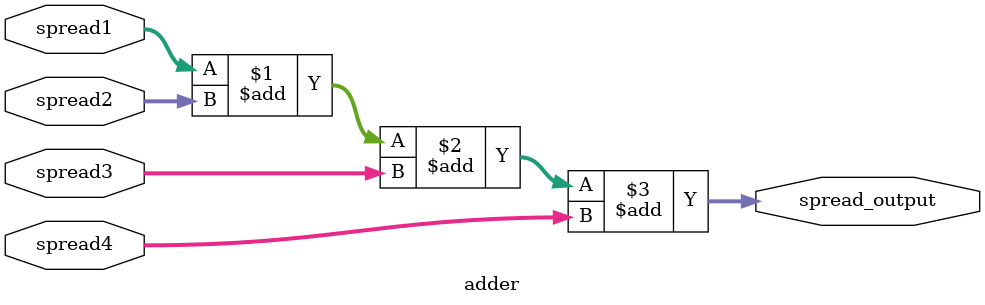
<source format=v>
module adder (
    input [3:0] spread1, spread2, spread3, spread4,
    output [7:0] spread_output
);
    assign spread_output = spread1 + spread2 + spread3 + spread4;
endmodule
</source>
